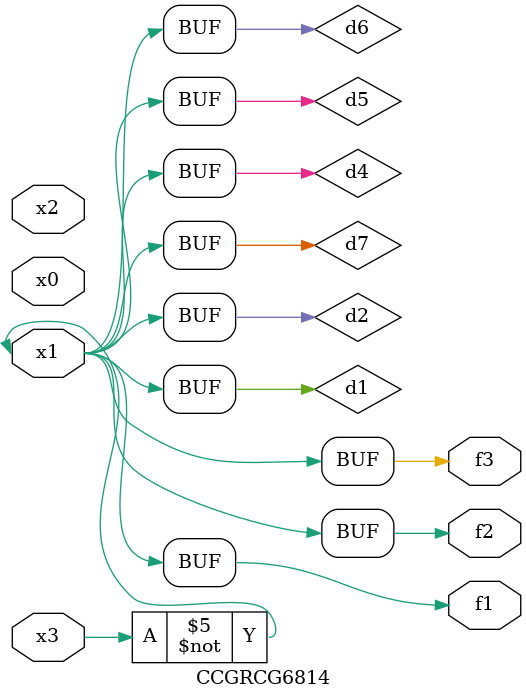
<source format=v>
module CCGRCG6814(
	input x0, x1, x2, x3,
	output f1, f2, f3
);

	wire d1, d2, d3, d4, d5, d6, d7;

	not (d1, x3);
	buf (d2, x1);
	xnor (d3, d1, d2);
	nor (d4, d1);
	buf (d5, d1, d2);
	buf (d6, d4, d5);
	nand (d7, d4);
	assign f1 = d6;
	assign f2 = d7;
	assign f3 = d6;
endmodule

</source>
